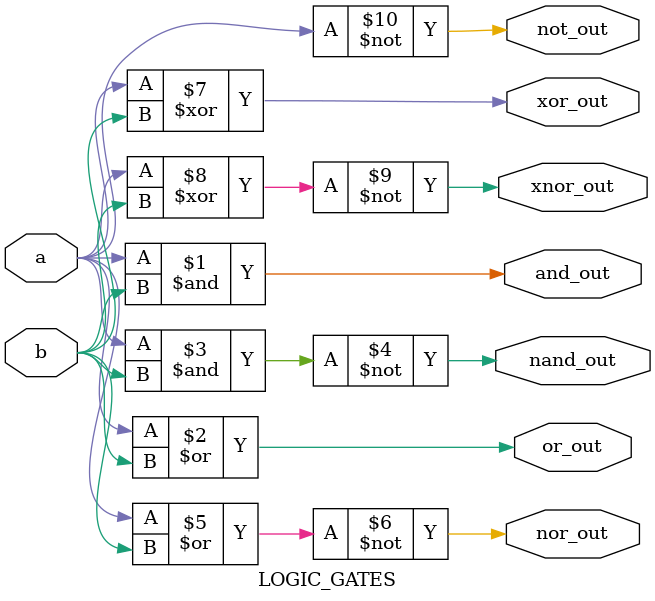
<source format=v>
`timescale 1ns / 1ps


module LOGIC_GATES(a,b,and_out,or_out,not_out,nand_out,nor_out,xor_out,xnor_out);
input a,b;
output and_out,or_out,not_out,nand_out,nor_out,xor_out,xnor_out;
and a1(and_out,a,b);  
or a2 (or_out,a,b);
not a3(not_out,a); 
nand a4(nand_out,a,b); 
nor a5(nor_out,a,b);
xor a6(xor_out,a,b);
xnor a7(xnor_out,a,b);
    
endmodule

</source>
